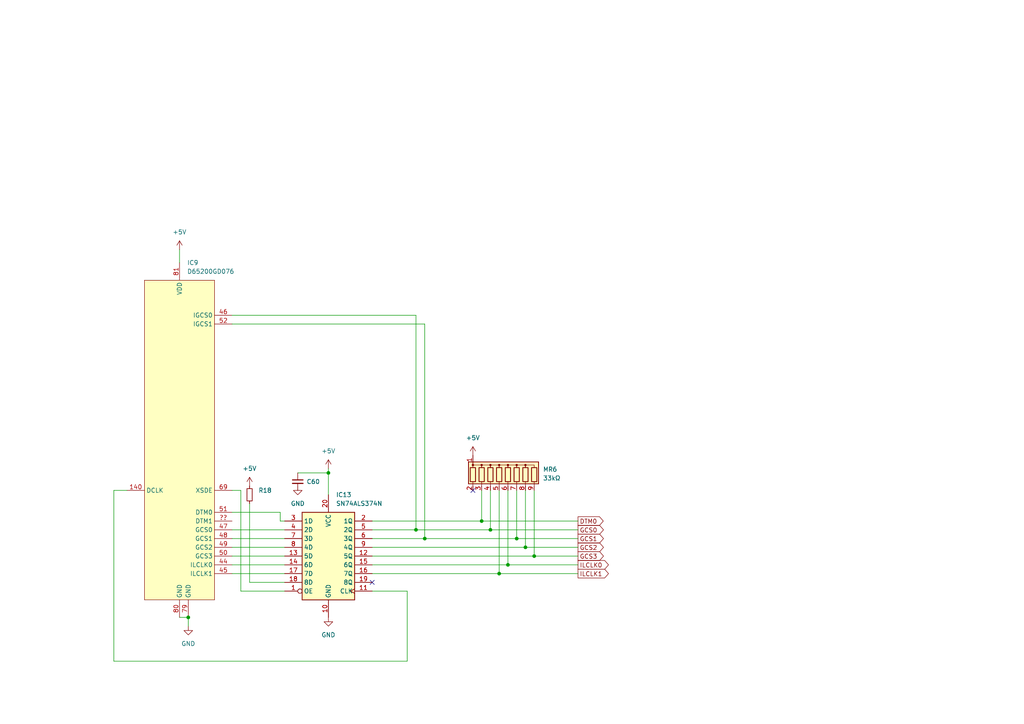
<source format=kicad_sch>
(kicad_sch (version 20230121) (generator eeschema)

  (uuid d66a2bcb-a6d4-4132-83b8-13210dda35e3)

  (paper "A4")

  (lib_symbols
    (symbol "88va_Library:74LS374" (in_bom yes) (on_board yes)
      (property "Reference" "IC" (at -7.62 16.51 0)
        (effects (font (size 1.27 1.27)))
      )
      (property "Value" "74LS374" (at -7.62 -11.43 0)
        (effects (font (size 1.27 1.27)))
      )
      (property "Footprint" "" (at 0 0 0)
        (effects (font (size 1.27 1.27)) hide)
      )
      (property "Datasheet" "http://www.ti.com/lit/gpn/sn74LS374" (at 0 0 0)
        (effects (font (size 1.27 1.27)) hide)
      )
      (property "ki_keywords" "TTL DFF DFF8 REG 3State" (at 0 0 0)
        (effects (font (size 1.27 1.27)) hide)
      )
      (property "ki_description" "8-bit Register, 3-state outputs" (at 0 0 0)
        (effects (font (size 1.27 1.27)) hide)
      )
      (property "ki_fp_filters" "DIP?20* SOIC?20* SO?20*" (at 0 0 0)
        (effects (font (size 1.27 1.27)) hide)
      )
      (symbol "74LS374_1_0"
        (pin input inverted (at -12.7 -7.62 0) (length 5.08)
          (name "OE" (effects (font (size 1.27 1.27))))
          (number "1" (effects (font (size 1.27 1.27))))
        )
        (pin power_in line (at 0 -15.24 90) (length 5.08)
          (name "GND" (effects (font (size 1.27 1.27))))
          (number "10" (effects (font (size 1.27 1.27))))
        )
        (pin input clock (at 12.7 -7.62 180) (length 5.08)
          (name "CLK" (effects (font (size 1.27 1.27))))
          (number "11" (effects (font (size 1.27 1.27))))
        )
        (pin tri_state line (at 12.7 2.54 180) (length 5.08)
          (name "5Q" (effects (font (size 1.27 1.27))))
          (number "12" (effects (font (size 1.27 1.27))))
        )
        (pin input line (at -12.7 2.54 0) (length 5.08)
          (name "5D" (effects (font (size 1.27 1.27))))
          (number "13" (effects (font (size 1.27 1.27))))
        )
        (pin input line (at -12.7 0 0) (length 5.08)
          (name "6D" (effects (font (size 1.27 1.27))))
          (number "14" (effects (font (size 1.27 1.27))))
        )
        (pin tri_state line (at 12.7 0 180) (length 5.08)
          (name "6Q" (effects (font (size 1.27 1.27))))
          (number "15" (effects (font (size 1.27 1.27))))
        )
        (pin tri_state line (at 12.7 -2.54 180) (length 5.08)
          (name "7Q" (effects (font (size 1.27 1.27))))
          (number "16" (effects (font (size 1.27 1.27))))
        )
        (pin input line (at -12.7 -2.54 0) (length 5.08)
          (name "7D" (effects (font (size 1.27 1.27))))
          (number "17" (effects (font (size 1.27 1.27))))
        )
        (pin input line (at -12.7 -5.08 0) (length 5.08)
          (name "8D" (effects (font (size 1.27 1.27))))
          (number "18" (effects (font (size 1.27 1.27))))
        )
        (pin tri_state line (at 12.7 -5.08 180) (length 5.08)
          (name "8Q" (effects (font (size 1.27 1.27))))
          (number "19" (effects (font (size 1.27 1.27))))
        )
        (pin tri_state line (at 12.7 12.7 180) (length 5.08)
          (name "1Q" (effects (font (size 1.27 1.27))))
          (number "2" (effects (font (size 1.27 1.27))))
        )
        (pin power_in line (at 0 20.32 270) (length 5.08)
          (name "VCC" (effects (font (size 1.27 1.27))))
          (number "20" (effects (font (size 1.27 1.27))))
        )
        (pin input line (at -12.7 12.7 0) (length 5.08)
          (name "1D" (effects (font (size 1.27 1.27))))
          (number "3" (effects (font (size 1.27 1.27))))
        )
        (pin input line (at -12.7 10.16 0) (length 5.08)
          (name "2D" (effects (font (size 1.27 1.27))))
          (number "4" (effects (font (size 1.27 1.27))))
        )
        (pin tri_state line (at 12.7 10.16 180) (length 5.08)
          (name "2Q" (effects (font (size 1.27 1.27))))
          (number "5" (effects (font (size 1.27 1.27))))
        )
        (pin tri_state line (at 12.7 7.62 180) (length 5.08)
          (name "3Q" (effects (font (size 1.27 1.27))))
          (number "6" (effects (font (size 1.27 1.27))))
        )
        (pin input line (at -12.7 7.62 0) (length 5.08)
          (name "3D" (effects (font (size 1.27 1.27))))
          (number "7" (effects (font (size 1.27 1.27))))
        )
        (pin input line (at -12.7 5.08 0) (length 5.08)
          (name "4D" (effects (font (size 1.27 1.27))))
          (number "8" (effects (font (size 1.27 1.27))))
        )
        (pin tri_state line (at 12.7 5.08 180) (length 5.08)
          (name "4Q" (effects (font (size 1.27 1.27))))
          (number "9" (effects (font (size 1.27 1.27))))
        )
      )
      (symbol "74LS374_1_1"
        (rectangle (start -7.62 15.24) (end 7.62 -10.16)
          (stroke (width 0.254) (type default))
          (fill (type background))
        )
      )
    )
    (symbol "88va_Library:GAL" (in_bom yes) (on_board yes)
      (property "Reference" "IC9" (at 2.1941 5.08 0)
        (effects (font (size 1.27 1.27)) (justify left))
      )
      (property "Value" "D65200GD076" (at 2.1941 2.54 0)
        (effects (font (size 1.27 1.27)) (justify left))
      )
      (property "Footprint" "" (at 0 2.54 0)
        (effects (font (size 1.27 1.27)) hide)
      )
      (property "Datasheet" "" (at 0 2.54 0)
        (effects (font (size 1.27 1.27)) hide)
      )
      (symbol "GAL_1_1"
        (rectangle (start -10.16 0) (end 10.16 -92.71)
          (stroke (width 0) (type default))
          (fill (type background))
        )
        (pin unspecified line (at -15.24 -60.96 0) (length 5.08)
          (name "DCLK" (effects (font (size 1.27 1.27))))
          (number "140" (effects (font (size 1.27 1.27))))
        )
        (pin output line (at 15.24 -82.55 180) (length 5.08)
          (name "ILCLK0" (effects (font (size 1.27 1.27))))
          (number "44" (effects (font (size 1.27 1.27))))
        )
        (pin output line (at 15.24 -85.09 180) (length 5.08)
          (name "ILCLK1" (effects (font (size 1.27 1.27))))
          (number "45" (effects (font (size 1.27 1.27))))
        )
        (pin input line (at 15.24 -10.16 180) (length 5.08)
          (name "IGCS0" (effects (font (size 1.27 1.27))))
          (number "46" (effects (font (size 1.27 1.27))))
        )
        (pin output line (at 15.24 -72.39 180) (length 5.08)
          (name "GCS0" (effects (font (size 1.27 1.27))))
          (number "47" (effects (font (size 1.27 1.27))))
        )
        (pin output line (at 15.24 -74.93 180) (length 5.08)
          (name "GCS1" (effects (font (size 1.27 1.27))))
          (number "48" (effects (font (size 1.27 1.27))))
        )
        (pin output line (at 15.24 -77.47 180) (length 5.08)
          (name "GCS2" (effects (font (size 1.27 1.27))))
          (number "49" (effects (font (size 1.27 1.27))))
        )
        (pin output line (at 15.24 -80.01 180) (length 5.08)
          (name "GCS3" (effects (font (size 1.27 1.27))))
          (number "50" (effects (font (size 1.27 1.27))))
        )
        (pin output line (at 15.24 -67.31 180) (length 5.08)
          (name "DTM0" (effects (font (size 1.27 1.27))))
          (number "51" (effects (font (size 1.27 1.27))))
        )
        (pin input line (at 15.24 -12.7 180) (length 5.08)
          (name "IGCS1" (effects (font (size 1.27 1.27))))
          (number "52" (effects (font (size 1.27 1.27))))
        )
        (pin output line (at 15.24 -60.96 180) (length 5.08)
          (name "XSDE" (effects (font (size 1.27 1.27))))
          (number "69" (effects (font (size 1.27 1.27))))
        )
        (pin power_in line (at 2.54 -97.79 90) (length 5.08)
          (name "GND" (effects (font (size 1.27 1.27))))
          (number "79" (effects (font (size 1.27 1.27))))
        )
        (pin power_in line (at 0 -97.79 90) (length 5.08)
          (name "GND" (effects (font (size 1.27 1.27))))
          (number "80" (effects (font (size 1.27 1.27))))
        )
        (pin power_in line (at 0 5.08 270) (length 5.08)
          (name "VDD" (effects (font (size 1.27 1.27))))
          (number "81" (effects (font (size 1.27 1.27))))
        )
        (pin unspecified line (at 15.24 -69.85 180) (length 5.08)
          (name "DTM1" (effects (font (size 1.27 1.27))))
          (number "??" (effects (font (size 1.27 1.27))))
        )
      )
    )
    (symbol "Device:C_Small" (pin_numbers hide) (pin_names (offset 0.254) hide) (in_bom yes) (on_board yes)
      (property "Reference" "C" (at 0.254 1.778 0)
        (effects (font (size 1.27 1.27)) (justify left))
      )
      (property "Value" "C_Small" (at 0.254 -2.032 0)
        (effects (font (size 1.27 1.27)) (justify left))
      )
      (property "Footprint" "" (at 0 0 0)
        (effects (font (size 1.27 1.27)) hide)
      )
      (property "Datasheet" "~" (at 0 0 0)
        (effects (font (size 1.27 1.27)) hide)
      )
      (property "ki_keywords" "capacitor cap" (at 0 0 0)
        (effects (font (size 1.27 1.27)) hide)
      )
      (property "ki_description" "Unpolarized capacitor, small symbol" (at 0 0 0)
        (effects (font (size 1.27 1.27)) hide)
      )
      (property "ki_fp_filters" "C_*" (at 0 0 0)
        (effects (font (size 1.27 1.27)) hide)
      )
      (symbol "C_Small_0_1"
        (polyline
          (pts
            (xy -1.524 -0.508)
            (xy 1.524 -0.508)
          )
          (stroke (width 0.3302) (type default))
          (fill (type none))
        )
        (polyline
          (pts
            (xy -1.524 0.508)
            (xy 1.524 0.508)
          )
          (stroke (width 0.3048) (type default))
          (fill (type none))
        )
      )
      (symbol "C_Small_1_1"
        (pin passive line (at 0 2.54 270) (length 2.032)
          (name "~" (effects (font (size 1.27 1.27))))
          (number "1" (effects (font (size 1.27 1.27))))
        )
        (pin passive line (at 0 -2.54 90) (length 2.032)
          (name "~" (effects (font (size 1.27 1.27))))
          (number "2" (effects (font (size 1.27 1.27))))
        )
      )
    )
    (symbol "Device:R_Network08" (pin_names (offset 0) hide) (in_bom yes) (on_board yes)
      (property "Reference" "RN" (at -12.7 0 90)
        (effects (font (size 1.27 1.27)))
      )
      (property "Value" "R_Network08" (at 10.16 0 90)
        (effects (font (size 1.27 1.27)))
      )
      (property "Footprint" "Resistor_THT:R_Array_SIP9" (at 12.065 0 90)
        (effects (font (size 1.27 1.27)) hide)
      )
      (property "Datasheet" "http://www.vishay.com/docs/31509/csc.pdf" (at 0 0 0)
        (effects (font (size 1.27 1.27)) hide)
      )
      (property "ki_keywords" "R network star-topology" (at 0 0 0)
        (effects (font (size 1.27 1.27)) hide)
      )
      (property "ki_description" "8 resistor network, star topology, bussed resistors, small symbol" (at 0 0 0)
        (effects (font (size 1.27 1.27)) hide)
      )
      (property "ki_fp_filters" "R?Array?SIP*" (at 0 0 0)
        (effects (font (size 1.27 1.27)) hide)
      )
      (symbol "R_Network08_0_1"
        (rectangle (start -11.43 -3.175) (end 8.89 3.175)
          (stroke (width 0.254) (type default))
          (fill (type background))
        )
        (rectangle (start -10.922 1.524) (end -9.398 -2.54)
          (stroke (width 0.254) (type default))
          (fill (type none))
        )
        (circle (center -10.16 2.286) (radius 0.254)
          (stroke (width 0) (type default))
          (fill (type outline))
        )
        (rectangle (start -8.382 1.524) (end -6.858 -2.54)
          (stroke (width 0.254) (type default))
          (fill (type none))
        )
        (circle (center -7.62 2.286) (radius 0.254)
          (stroke (width 0) (type default))
          (fill (type outline))
        )
        (rectangle (start -5.842 1.524) (end -4.318 -2.54)
          (stroke (width 0.254) (type default))
          (fill (type none))
        )
        (circle (center -5.08 2.286) (radius 0.254)
          (stroke (width 0) (type default))
          (fill (type outline))
        )
        (rectangle (start -3.302 1.524) (end -1.778 -2.54)
          (stroke (width 0.254) (type default))
          (fill (type none))
        )
        (circle (center -2.54 2.286) (radius 0.254)
          (stroke (width 0) (type default))
          (fill (type outline))
        )
        (rectangle (start -0.762 1.524) (end 0.762 -2.54)
          (stroke (width 0.254) (type default))
          (fill (type none))
        )
        (polyline
          (pts
            (xy -10.16 -2.54)
            (xy -10.16 -3.81)
          )
          (stroke (width 0) (type default))
          (fill (type none))
        )
        (polyline
          (pts
            (xy -7.62 -2.54)
            (xy -7.62 -3.81)
          )
          (stroke (width 0) (type default))
          (fill (type none))
        )
        (polyline
          (pts
            (xy -5.08 -2.54)
            (xy -5.08 -3.81)
          )
          (stroke (width 0) (type default))
          (fill (type none))
        )
        (polyline
          (pts
            (xy -2.54 -2.54)
            (xy -2.54 -3.81)
          )
          (stroke (width 0) (type default))
          (fill (type none))
        )
        (polyline
          (pts
            (xy 0 -2.54)
            (xy 0 -3.81)
          )
          (stroke (width 0) (type default))
          (fill (type none))
        )
        (polyline
          (pts
            (xy 2.54 -2.54)
            (xy 2.54 -3.81)
          )
          (stroke (width 0) (type default))
          (fill (type none))
        )
        (polyline
          (pts
            (xy 5.08 -2.54)
            (xy 5.08 -3.81)
          )
          (stroke (width 0) (type default))
          (fill (type none))
        )
        (polyline
          (pts
            (xy 7.62 -2.54)
            (xy 7.62 -3.81)
          )
          (stroke (width 0) (type default))
          (fill (type none))
        )
        (polyline
          (pts
            (xy -10.16 1.524)
            (xy -10.16 2.286)
            (xy -7.62 2.286)
            (xy -7.62 1.524)
          )
          (stroke (width 0) (type default))
          (fill (type none))
        )
        (polyline
          (pts
            (xy -7.62 1.524)
            (xy -7.62 2.286)
            (xy -5.08 2.286)
            (xy -5.08 1.524)
          )
          (stroke (width 0) (type default))
          (fill (type none))
        )
        (polyline
          (pts
            (xy -5.08 1.524)
            (xy -5.08 2.286)
            (xy -2.54 2.286)
            (xy -2.54 1.524)
          )
          (stroke (width 0) (type default))
          (fill (type none))
        )
        (polyline
          (pts
            (xy -2.54 1.524)
            (xy -2.54 2.286)
            (xy 0 2.286)
            (xy 0 1.524)
          )
          (stroke (width 0) (type default))
          (fill (type none))
        )
        (polyline
          (pts
            (xy 0 1.524)
            (xy 0 2.286)
            (xy 2.54 2.286)
            (xy 2.54 1.524)
          )
          (stroke (width 0) (type default))
          (fill (type none))
        )
        (polyline
          (pts
            (xy 2.54 1.524)
            (xy 2.54 2.286)
            (xy 5.08 2.286)
            (xy 5.08 1.524)
          )
          (stroke (width 0) (type default))
          (fill (type none))
        )
        (polyline
          (pts
            (xy 5.08 1.524)
            (xy 5.08 2.286)
            (xy 7.62 2.286)
            (xy 7.62 1.524)
          )
          (stroke (width 0) (type default))
          (fill (type none))
        )
        (circle (center 0 2.286) (radius 0.254)
          (stroke (width 0) (type default))
          (fill (type outline))
        )
        (rectangle (start 1.778 1.524) (end 3.302 -2.54)
          (stroke (width 0.254) (type default))
          (fill (type none))
        )
        (circle (center 2.54 2.286) (radius 0.254)
          (stroke (width 0) (type default))
          (fill (type outline))
        )
        (rectangle (start 4.318 1.524) (end 5.842 -2.54)
          (stroke (width 0.254) (type default))
          (fill (type none))
        )
        (circle (center 5.08 2.286) (radius 0.254)
          (stroke (width 0) (type default))
          (fill (type outline))
        )
        (rectangle (start 6.858 1.524) (end 8.382 -2.54)
          (stroke (width 0.254) (type default))
          (fill (type none))
        )
      )
      (symbol "R_Network08_1_1"
        (pin passive line (at -10.16 5.08 270) (length 2.54)
          (name "common" (effects (font (size 1.27 1.27))))
          (number "1" (effects (font (size 1.27 1.27))))
        )
        (pin passive line (at -10.16 -5.08 90) (length 1.27)
          (name "R1" (effects (font (size 1.27 1.27))))
          (number "2" (effects (font (size 1.27 1.27))))
        )
        (pin passive line (at -7.62 -5.08 90) (length 1.27)
          (name "R2" (effects (font (size 1.27 1.27))))
          (number "3" (effects (font (size 1.27 1.27))))
        )
        (pin passive line (at -5.08 -5.08 90) (length 1.27)
          (name "R3" (effects (font (size 1.27 1.27))))
          (number "4" (effects (font (size 1.27 1.27))))
        )
        (pin passive line (at -2.54 -5.08 90) (length 1.27)
          (name "R4" (effects (font (size 1.27 1.27))))
          (number "5" (effects (font (size 1.27 1.27))))
        )
        (pin passive line (at 0 -5.08 90) (length 1.27)
          (name "R5" (effects (font (size 1.27 1.27))))
          (number "6" (effects (font (size 1.27 1.27))))
        )
        (pin passive line (at 2.54 -5.08 90) (length 1.27)
          (name "R6" (effects (font (size 1.27 1.27))))
          (number "7" (effects (font (size 1.27 1.27))))
        )
        (pin passive line (at 5.08 -5.08 90) (length 1.27)
          (name "R7" (effects (font (size 1.27 1.27))))
          (number "8" (effects (font (size 1.27 1.27))))
        )
        (pin passive line (at 7.62 -5.08 90) (length 1.27)
          (name "R8" (effects (font (size 1.27 1.27))))
          (number "9" (effects (font (size 1.27 1.27))))
        )
      )
    )
    (symbol "Device:R_Small" (pin_numbers hide) (pin_names (offset 0.254) hide) (in_bom yes) (on_board yes)
      (property "Reference" "R" (at 0.762 0.508 0)
        (effects (font (size 1.27 1.27)) (justify left))
      )
      (property "Value" "R_Small" (at 0.762 -1.016 0)
        (effects (font (size 1.27 1.27)) (justify left))
      )
      (property "Footprint" "" (at 0 0 0)
        (effects (font (size 1.27 1.27)) hide)
      )
      (property "Datasheet" "~" (at 0 0 0)
        (effects (font (size 1.27 1.27)) hide)
      )
      (property "ki_keywords" "R resistor" (at 0 0 0)
        (effects (font (size 1.27 1.27)) hide)
      )
      (property "ki_description" "Resistor, small symbol" (at 0 0 0)
        (effects (font (size 1.27 1.27)) hide)
      )
      (property "ki_fp_filters" "R_*" (at 0 0 0)
        (effects (font (size 1.27 1.27)) hide)
      )
      (symbol "R_Small_0_1"
        (rectangle (start -0.762 1.778) (end 0.762 -1.778)
          (stroke (width 0.2032) (type default))
          (fill (type none))
        )
      )
      (symbol "R_Small_1_1"
        (pin passive line (at 0 2.54 270) (length 0.762)
          (name "~" (effects (font (size 1.27 1.27))))
          (number "1" (effects (font (size 1.27 1.27))))
        )
        (pin passive line (at 0 -2.54 90) (length 0.762)
          (name "~" (effects (font (size 1.27 1.27))))
          (number "2" (effects (font (size 1.27 1.27))))
        )
      )
    )
    (symbol "power:+5V" (power) (pin_names (offset 0)) (in_bom yes) (on_board yes)
      (property "Reference" "#PWR" (at 0 -3.81 0)
        (effects (font (size 1.27 1.27)) hide)
      )
      (property "Value" "+5V" (at 0 3.556 0)
        (effects (font (size 1.27 1.27)))
      )
      (property "Footprint" "" (at 0 0 0)
        (effects (font (size 1.27 1.27)) hide)
      )
      (property "Datasheet" "" (at 0 0 0)
        (effects (font (size 1.27 1.27)) hide)
      )
      (property "ki_keywords" "global power" (at 0 0 0)
        (effects (font (size 1.27 1.27)) hide)
      )
      (property "ki_description" "Power symbol creates a global label with name \"+5V\"" (at 0 0 0)
        (effects (font (size 1.27 1.27)) hide)
      )
      (symbol "+5V_0_1"
        (polyline
          (pts
            (xy -0.762 1.27)
            (xy 0 2.54)
          )
          (stroke (width 0) (type default))
          (fill (type none))
        )
        (polyline
          (pts
            (xy 0 0)
            (xy 0 2.54)
          )
          (stroke (width 0) (type default))
          (fill (type none))
        )
        (polyline
          (pts
            (xy 0 2.54)
            (xy 0.762 1.27)
          )
          (stroke (width 0) (type default))
          (fill (type none))
        )
      )
      (symbol "+5V_1_1"
        (pin power_in line (at 0 0 90) (length 0) hide
          (name "+5V" (effects (font (size 1.27 1.27))))
          (number "1" (effects (font (size 1.27 1.27))))
        )
      )
    )
    (symbol "power:GND" (power) (pin_names (offset 0)) (in_bom yes) (on_board yes)
      (property "Reference" "#PWR" (at 0 -6.35 0)
        (effects (font (size 1.27 1.27)) hide)
      )
      (property "Value" "GND" (at 0 -3.81 0)
        (effects (font (size 1.27 1.27)))
      )
      (property "Footprint" "" (at 0 0 0)
        (effects (font (size 1.27 1.27)) hide)
      )
      (property "Datasheet" "" (at 0 0 0)
        (effects (font (size 1.27 1.27)) hide)
      )
      (property "ki_keywords" "global power" (at 0 0 0)
        (effects (font (size 1.27 1.27)) hide)
      )
      (property "ki_description" "Power symbol creates a global label with name \"GND\" , ground" (at 0 0 0)
        (effects (font (size 1.27 1.27)) hide)
      )
      (symbol "GND_0_1"
        (polyline
          (pts
            (xy 0 0)
            (xy 0 -1.27)
            (xy 1.27 -1.27)
            (xy 0 -2.54)
            (xy -1.27 -1.27)
            (xy 0 -1.27)
          )
          (stroke (width 0) (type default))
          (fill (type none))
        )
      )
      (symbol "GND_1_1"
        (pin power_in line (at 0 0 270) (length 0) hide
          (name "GND" (effects (font (size 1.27 1.27))))
          (number "1" (effects (font (size 1.27 1.27))))
        )
      )
    )
  )

  (junction (at 123.19 156.21) (diameter 0) (color 0 0 0 0)
    (uuid 1f6a29cf-341b-4ce4-bcad-6179b7376c8c)
  )
  (junction (at 142.24 153.67) (diameter 0) (color 0 0 0 0)
    (uuid 4650be09-b6e5-45c6-9c57-37df9d03f493)
  )
  (junction (at 154.94 161.29) (diameter 0) (color 0 0 0 0)
    (uuid 489c2db8-c8c2-4cfc-8b3f-49acf018ebc9)
  )
  (junction (at 139.7 151.13) (diameter 0) (color 0 0 0 0)
    (uuid 79c0c29c-d752-479b-9dfb-1e0178ace68b)
  )
  (junction (at 120.65 153.67) (diameter 0) (color 0 0 0 0)
    (uuid 853bbd2c-15ef-44d2-946d-2623a50fdf44)
  )
  (junction (at 144.78 166.37) (diameter 0) (color 0 0 0 0)
    (uuid 8f56d1e4-bede-44b6-a809-71e187a97073)
  )
  (junction (at 95.25 137.16) (diameter 0) (color 0 0 0 0)
    (uuid 9bd165c5-d5dd-41a3-927f-cb2f665bd41f)
  )
  (junction (at 149.86 156.21) (diameter 0) (color 0 0 0 0)
    (uuid ac4357db-d174-4fcf-acaa-827d74f4d6f0)
  )
  (junction (at 147.32 163.83) (diameter 0) (color 0 0 0 0)
    (uuid b1b1d1a8-babe-466d-9aed-fd43793de20d)
  )
  (junction (at 152.4 158.75) (diameter 0) (color 0 0 0 0)
    (uuid da428633-0ff8-43bc-9c8e-d59c9e74d871)
  )
  (junction (at 54.61 179.07) (diameter 0) (color 0 0 0 0)
    (uuid fa2971e9-c3f2-4a4d-9df4-750c31c5c8e7)
  )

  (no_connect (at 107.95 168.91) (uuid af7941fb-e82f-499b-ac52-676717fad1ff))
  (no_connect (at 137.16 142.24) (uuid fc90ba4d-c56c-4814-8c82-fdb0be64db34))

  (wire (pts (xy 69.85 171.45) (xy 82.55 171.45))
    (stroke (width 0) (type default))
    (uuid 042ac076-5d66-49fe-8caf-ed9c0d70605b)
  )
  (wire (pts (xy 107.95 161.29) (xy 154.94 161.29))
    (stroke (width 0) (type default))
    (uuid 0e2cfaaa-21fa-4f11-85c7-7efd28d0ef6a)
  )
  (wire (pts (xy 67.31 93.98) (xy 123.19 93.98))
    (stroke (width 0) (type default))
    (uuid 14acbe4a-1287-4387-bd73-6fbf9f865330)
  )
  (wire (pts (xy 147.32 142.24) (xy 147.32 163.83))
    (stroke (width 0) (type default))
    (uuid 230417f6-4acb-4226-9dc4-c4c77a81d147)
  )
  (wire (pts (xy 86.36 137.16) (xy 95.25 137.16))
    (stroke (width 0) (type default))
    (uuid 28adeb2d-0de7-471d-a6f8-5b381c19f6b0)
  )
  (wire (pts (xy 107.95 171.45) (xy 118.11 171.45))
    (stroke (width 0) (type default))
    (uuid 29ba53bd-1f50-4c04-b9f6-11c945fb7d18)
  )
  (wire (pts (xy 120.65 153.67) (xy 120.65 91.44))
    (stroke (width 0) (type default))
    (uuid 388731ca-9145-4d6b-9860-5f687686c1f8)
  )
  (wire (pts (xy 52.07 179.07) (xy 54.61 179.07))
    (stroke (width 0) (type default))
    (uuid 3cab9142-d370-4100-bf04-b037c25a19fa)
  )
  (wire (pts (xy 118.11 191.77) (xy 33.02 191.77))
    (stroke (width 0) (type default))
    (uuid 3d77752e-8589-40e9-b4c4-12dcbf1979ad)
  )
  (wire (pts (xy 33.02 142.24) (xy 36.83 142.24))
    (stroke (width 0) (type default))
    (uuid 43d2a4c4-82a2-4f5c-b9f8-e5918e66045f)
  )
  (wire (pts (xy 81.28 148.59) (xy 67.31 148.59))
    (stroke (width 0) (type default))
    (uuid 450793fe-4994-440f-85a8-83aef68dbec7)
  )
  (wire (pts (xy 142.24 153.67) (xy 167.64 153.67))
    (stroke (width 0) (type default))
    (uuid 46650a91-4174-4728-b693-255b0654c8db)
  )
  (wire (pts (xy 154.94 142.24) (xy 154.94 161.29))
    (stroke (width 0) (type default))
    (uuid 4e4e8371-7d29-47c1-9240-fd568acacbbc)
  )
  (wire (pts (xy 152.4 158.75) (xy 167.64 158.75))
    (stroke (width 0) (type default))
    (uuid 577c7d45-8545-4ecf-8025-118f30ca0550)
  )
  (wire (pts (xy 67.31 156.21) (xy 82.55 156.21))
    (stroke (width 0) (type default))
    (uuid 5a55702d-4ec5-4535-a636-128262cb9eb9)
  )
  (wire (pts (xy 167.64 156.21) (xy 149.86 156.21))
    (stroke (width 0) (type default))
    (uuid 5e6cc8e8-b6f6-48d3-bf88-2d930aa21f4b)
  )
  (wire (pts (xy 142.24 142.24) (xy 142.24 153.67))
    (stroke (width 0) (type default))
    (uuid 5f825462-f78f-49b1-ba83-36813a9b3739)
  )
  (wire (pts (xy 67.31 142.24) (xy 69.85 142.24))
    (stroke (width 0) (type default))
    (uuid 6f57523a-7c06-46b2-9afd-222a359294ce)
  )
  (wire (pts (xy 81.28 151.13) (xy 81.28 148.59))
    (stroke (width 0) (type default))
    (uuid 7c13fb38-5c4c-42ec-9af2-cfcd18cfa088)
  )
  (wire (pts (xy 86.36 140.97) (xy 86.36 142.24))
    (stroke (width 0) (type default))
    (uuid 7e2bc269-80cb-4035-8ec9-5be661b84327)
  )
  (wire (pts (xy 139.7 151.13) (xy 167.64 151.13))
    (stroke (width 0) (type default))
    (uuid 7e888099-3994-46b0-84b2-83e9b5e23382)
  )
  (wire (pts (xy 52.07 72.39) (xy 52.07 76.2))
    (stroke (width 0) (type default))
    (uuid 82ab2f61-f4f0-4bd9-a6d9-720d2f38141e)
  )
  (wire (pts (xy 107.95 153.67) (xy 120.65 153.67))
    (stroke (width 0) (type default))
    (uuid 8be52a1d-c87c-43c1-8edc-d8458d1de2f8)
  )
  (wire (pts (xy 123.19 156.21) (xy 123.19 93.98))
    (stroke (width 0) (type default))
    (uuid 95d5326d-3d9b-4446-85a7-376663d51364)
  )
  (wire (pts (xy 139.7 142.24) (xy 139.7 151.13))
    (stroke (width 0) (type default))
    (uuid 9ae0b223-acfd-4f1d-809d-5edc12c10086)
  )
  (wire (pts (xy 149.86 142.24) (xy 149.86 156.21))
    (stroke (width 0) (type default))
    (uuid 9e4e6656-b18e-4072-b888-da1bbe1e26e3)
  )
  (wire (pts (xy 33.02 191.77) (xy 33.02 142.24))
    (stroke (width 0) (type default))
    (uuid a42503cc-6d32-40d6-9b9c-91bc4b887696)
  )
  (wire (pts (xy 82.55 168.91) (xy 72.39 168.91))
    (stroke (width 0) (type default))
    (uuid a46dda09-966e-4029-a280-95cd66e6d090)
  )
  (wire (pts (xy 67.31 158.75) (xy 82.55 158.75))
    (stroke (width 0) (type default))
    (uuid a94acb0d-eb4b-49d4-9374-f7421c8fef79)
  )
  (wire (pts (xy 67.31 153.67) (xy 82.55 153.67))
    (stroke (width 0) (type default))
    (uuid add24669-60ab-4424-8c53-837537d8b8fa)
  )
  (wire (pts (xy 67.31 166.37) (xy 82.55 166.37))
    (stroke (width 0) (type default))
    (uuid b2a2408e-0709-47ee-a00b-4350c7d66902)
  )
  (wire (pts (xy 107.95 156.21) (xy 123.19 156.21))
    (stroke (width 0) (type default))
    (uuid b40a707b-1b5c-4b56-82dd-6783a067b2d1)
  )
  (wire (pts (xy 72.39 146.05) (xy 72.39 168.91))
    (stroke (width 0) (type default))
    (uuid bd9c5b91-c773-44b4-9279-5973d320bdd5)
  )
  (wire (pts (xy 95.25 137.16) (xy 95.25 143.51))
    (stroke (width 0) (type default))
    (uuid c298ef68-639a-4570-b9d4-8051675da7f2)
  )
  (wire (pts (xy 144.78 166.37) (xy 167.64 166.37))
    (stroke (width 0) (type default))
    (uuid c351e3ba-b4d8-468e-a557-9a07fe1dd590)
  )
  (wire (pts (xy 69.85 142.24) (xy 69.85 171.45))
    (stroke (width 0) (type default))
    (uuid c407c92c-cf46-4087-b4cc-1c51f136695d)
  )
  (wire (pts (xy 107.95 163.83) (xy 147.32 163.83))
    (stroke (width 0) (type default))
    (uuid c9813656-a342-462d-9732-fbb2d1341a53)
  )
  (wire (pts (xy 67.31 163.83) (xy 82.55 163.83))
    (stroke (width 0) (type default))
    (uuid d0ada206-5e11-4850-a06b-4d3cac699b3c)
  )
  (wire (pts (xy 81.28 151.13) (xy 82.55 151.13))
    (stroke (width 0) (type default))
    (uuid d26c1a4a-974f-4573-835d-9a890a9b599d)
  )
  (wire (pts (xy 54.61 179.07) (xy 54.61 181.61))
    (stroke (width 0) (type default))
    (uuid d3a60a65-6ff1-4ff0-94de-cb177157c9b6)
  )
  (wire (pts (xy 107.95 151.13) (xy 139.7 151.13))
    (stroke (width 0) (type default))
    (uuid d3a9a266-28b7-451d-9149-27810c589d83)
  )
  (wire (pts (xy 118.11 171.45) (xy 118.11 191.77))
    (stroke (width 0) (type default))
    (uuid d8b5db66-1323-4d86-8df5-2f7c42e76597)
  )
  (wire (pts (xy 154.94 161.29) (xy 167.64 161.29))
    (stroke (width 0) (type default))
    (uuid dc04ce00-8820-4b6b-bf9b-b32aca649db0)
  )
  (wire (pts (xy 107.95 166.37) (xy 144.78 166.37))
    (stroke (width 0) (type default))
    (uuid e7d9abc5-2771-4079-b68c-4e9024ef3926)
  )
  (wire (pts (xy 144.78 142.24) (xy 144.78 166.37))
    (stroke (width 0) (type default))
    (uuid e83f14a4-225b-4d6f-8934-3b0f5902b0a6)
  )
  (wire (pts (xy 67.31 161.29) (xy 82.55 161.29))
    (stroke (width 0) (type default))
    (uuid e958a8a3-f281-43eb-a669-42baf10b2978)
  )
  (wire (pts (xy 107.95 158.75) (xy 152.4 158.75))
    (stroke (width 0) (type default))
    (uuid eb85d99b-19b7-4ba1-be8a-b5f7d1d914ca)
  )
  (wire (pts (xy 120.65 153.67) (xy 142.24 153.67))
    (stroke (width 0) (type default))
    (uuid f832a156-1ae9-4d2f-888d-0c14b3bd9bc6)
  )
  (wire (pts (xy 120.65 91.44) (xy 67.31 91.44))
    (stroke (width 0) (type default))
    (uuid f845facb-73b7-4f39-8407-d3c2dfac2c76)
  )
  (wire (pts (xy 152.4 142.24) (xy 152.4 158.75))
    (stroke (width 0) (type default))
    (uuid f8e481b0-9aed-466b-8bf9-a4f568b09dc1)
  )
  (wire (pts (xy 95.25 135.89) (xy 95.25 137.16))
    (stroke (width 0) (type default))
    (uuid fc3e7825-8a17-416c-b65e-01fbc66eaa87)
  )
  (wire (pts (xy 147.32 163.83) (xy 167.64 163.83))
    (stroke (width 0) (type default))
    (uuid fdacd5fe-f0cc-48d6-a7ab-c3f6ce613ac4)
  )
  (wire (pts (xy 123.19 156.21) (xy 149.86 156.21))
    (stroke (width 0) (type default))
    (uuid fe3a41f0-aade-44c5-a20a-fa19f88d3b85)
  )

  (global_label "GCS3" (shape output) (at 167.64 161.29 0) (fields_autoplaced)
    (effects (font (size 1.27 1.27)) (justify left))
    (uuid 1d220bd1-52c5-4e5f-8629-49afa314dcc3)
    (property "Intersheetrefs" "${INTERSHEET_REFS}" (at 175.5842 161.29 0)
      (effects (font (size 1.27 1.27)) (justify left) hide)
    )
  )
  (global_label "GCS2" (shape output) (at 167.64 158.75 0) (fields_autoplaced)
    (effects (font (size 1.27 1.27)) (justify left))
    (uuid 2a9b6810-3025-44bb-87c3-30ff01e87534)
    (property "Intersheetrefs" "${INTERSHEET_REFS}" (at 175.5842 158.75 0)
      (effects (font (size 1.27 1.27)) (justify left) hide)
    )
  )
  (global_label "DTM0" (shape output) (at 167.64 151.13 0) (fields_autoplaced)
    (effects (font (size 1.27 1.27)) (justify left))
    (uuid 48507b5a-5e2b-4776-88c8-21fed551216d)
    (property "Intersheetrefs" "${INTERSHEET_REFS}" (at 175.5237 151.13 0)
      (effects (font (size 1.27 1.27)) (justify left) hide)
    )
  )
  (global_label "GCS0" (shape output) (at 167.64 153.67 0) (fields_autoplaced)
    (effects (font (size 1.27 1.27)) (justify left))
    (uuid 68f59d15-3b0e-4cb4-bb14-bb30a07020f8)
    (property "Intersheetrefs" "${INTERSHEET_REFS}" (at 175.5842 153.67 0)
      (effects (font (size 1.27 1.27)) (justify left) hide)
    )
  )
  (global_label "ILCLK0" (shape output) (at 167.64 163.83 0) (fields_autoplaced)
    (effects (font (size 1.27 1.27)) (justify left))
    (uuid 7be002da-68b3-4ccb-a321-e8918f1cd3ac)
    (property "Intersheetrefs" "${INTERSHEET_REFS}" (at 177.0357 163.83 0)
      (effects (font (size 1.27 1.27)) (justify left) hide)
    )
  )
  (global_label "GCS1" (shape output) (at 167.64 156.21 0) (fields_autoplaced)
    (effects (font (size 1.27 1.27)) (justify left))
    (uuid 84979cfa-5971-4e73-a536-475fd0fce8a2)
    (property "Intersheetrefs" "${INTERSHEET_REFS}" (at 175.5842 156.21 0)
      (effects (font (size 1.27 1.27)) (justify left) hide)
    )
  )
  (global_label "ILCLK1" (shape output) (at 167.64 166.37 0) (fields_autoplaced)
    (effects (font (size 1.27 1.27)) (justify left))
    (uuid d8429a34-15ba-4b4b-8af7-ee866a48ffa7)
    (property "Intersheetrefs" "${INTERSHEET_REFS}" (at 177.0357 166.37 0)
      (effects (font (size 1.27 1.27)) (justify left) hide)
    )
  )

  (symbol (lib_id "88va_Library:GAL") (at 52.07 81.28 0) (unit 1)
    (in_bom yes) (on_board yes) (dnp no) (fields_autoplaced)
    (uuid 0b3db5a5-cf84-4d31-b730-b3db9ece82e2)
    (property "Reference" "IC9" (at 54.2641 76.2 0)
      (effects (font (size 1.27 1.27)) (justify left))
    )
    (property "Value" "D65200GD076" (at 54.2641 78.74 0)
      (effects (font (size 1.27 1.27)) (justify left))
    )
    (property "Footprint" "88va_Library:QFP-160_28x28_Pitch0.635mm" (at 52.07 78.74 0)
      (effects (font (size 1.27 1.27)) hide)
    )
    (property "Datasheet" "" (at 52.07 78.74 0)
      (effects (font (size 1.27 1.27)) hide)
    )
    (pin "52" (uuid 5e7d8c29-cef7-4cf2-8f51-9d2de259bd15))
    (pin "49" (uuid 238057b9-91fc-4b26-9548-8dd58ae85868))
    (pin "46" (uuid c9aaef5f-dfb8-4db2-8418-66f3830d6c36))
    (pin "47" (uuid c7d210a7-d537-45d4-9527-18194a68f094))
    (pin "45" (uuid da5902a2-840f-4637-808a-443cb6640de4))
    (pin "44" (uuid 7763a9ff-0fe7-46c7-97eb-e1ef2380ecd5))
    (pin "50" (uuid ed393382-ccc7-402c-b613-f56d5fb40ca8))
    (pin "80" (uuid e6fa8aad-1f13-4e50-9507-3af5add78d5b))
    (pin "48" (uuid 5ed03725-f4f5-4126-b17d-ca2efdd99fc6))
    (pin "51" (uuid 8fd8b27e-c245-41ee-a31b-47b428f546d9))
    (pin "79" (uuid d73645ef-580c-4a49-b29e-db90dcc1fa08))
    (pin "81" (uuid f5b1b921-8a75-4fbb-8b7e-29f5932226a6))
    (pin "69" (uuid 117b3d5c-9240-4c4f-b6cb-2da891e83067))
    (pin "140" (uuid 95ea088a-ad80-4caa-978a-7c99b3c3740f))
    (pin "??" (uuid 4772bb48-c807-4878-918d-29b1ca38979a))
    (instances
      (project "88va2-circuit"
        (path "/8cd193ae-a369-4130-9ba4-f2075fa60e2b/69b5e096-b79d-4084-a9d7-aa17e9aa2515"
          (reference "IC9") (unit 1)
        )
      )
    )
  )

  (symbol (lib_id "Device:R_Network08") (at 147.32 137.16 0) (unit 1)
    (in_bom yes) (on_board yes) (dnp no) (fields_autoplaced)
    (uuid 277f318a-5b4a-4cfe-b933-34f9d30d0cd9)
    (property "Reference" "MR6" (at 157.48 136.144 0)
      (effects (font (size 1.27 1.27)) (justify left))
    )
    (property "Value" "33kΩ" (at 157.48 138.684 0)
      (effects (font (size 1.27 1.27)) (justify left))
    )
    (property "Footprint" "Resistor_THT:R_Array_SIP9" (at 159.385 137.16 90)
      (effects (font (size 1.27 1.27)) hide)
    )
    (property "Datasheet" "" (at 147.32 137.16 0)
      (effects (font (size 1.27 1.27)) hide)
    )
    (pin "2" (uuid ccf8a254-4c8e-4e4c-aa9e-0f430e47fd92))
    (pin "6" (uuid d88b402b-03f6-4119-b274-46e84ac1d2b4))
    (pin "3" (uuid fd5ec121-e08f-4bdf-86bb-66a08f461a40))
    (pin "9" (uuid 47202f94-108f-4446-9bc0-bbfd229c42e4))
    (pin "7" (uuid 2804fd77-ed85-4b15-9f12-6187e91961ce))
    (pin "4" (uuid c6f00d1a-d766-4913-977d-fa2411cd57ee))
    (pin "5" (uuid e957a889-9b8b-4392-93c6-26cd9b0ad317))
    (pin "1" (uuid 8b0ea772-9987-4810-8f88-9229a5104515))
    (pin "8" (uuid d20d7abb-fcdc-441c-8210-b5442fb7ea10))
    (instances
      (project "88va2-circuit"
        (path "/8cd193ae-a369-4130-9ba4-f2075fa60e2b/69b5e096-b79d-4084-a9d7-aa17e9aa2515"
          (reference "MR6") (unit 1)
        )
      )
    )
  )

  (symbol (lib_id "power:GND") (at 86.36 140.97 0) (unit 1)
    (in_bom yes) (on_board yes) (dnp no) (fields_autoplaced)
    (uuid 29c48c1f-a856-43ac-b61e-5f0bc11db968)
    (property "Reference" "#PWR034" (at 86.36 147.32 0)
      (effects (font (size 1.27 1.27)) hide)
    )
    (property "Value" "GND" (at 86.36 146.05 0)
      (effects (font (size 1.27 1.27)))
    )
    (property "Footprint" "" (at 86.36 140.97 0)
      (effects (font (size 1.27 1.27)) hide)
    )
    (property "Datasheet" "" (at 86.36 140.97 0)
      (effects (font (size 1.27 1.27)) hide)
    )
    (pin "1" (uuid dbec508d-ad68-42a6-a4a6-3ee69dde6ed8))
    (instances
      (project "88va2-circuit"
        (path "/8cd193ae-a369-4130-9ba4-f2075fa60e2b/69b5e096-b79d-4084-a9d7-aa17e9aa2515"
          (reference "#PWR034") (unit 1)
        )
      )
    )
  )

  (symbol (lib_id "power:+5V") (at 52.07 72.39 0) (unit 1)
    (in_bom yes) (on_board yes) (dnp no) (fields_autoplaced)
    (uuid 43672f5e-3c2e-444b-a6cd-d391fb4dfb15)
    (property "Reference" "#PWR026" (at 52.07 76.2 0)
      (effects (font (size 1.27 1.27)) hide)
    )
    (property "Value" "+5V" (at 52.07 67.31 0)
      (effects (font (size 1.27 1.27)))
    )
    (property "Footprint" "" (at 52.07 72.39 0)
      (effects (font (size 1.27 1.27)) hide)
    )
    (property "Datasheet" "" (at 52.07 72.39 0)
      (effects (font (size 1.27 1.27)) hide)
    )
    (pin "1" (uuid 9b116398-92da-400c-900b-497bb867dd9c))
    (instances
      (project "88va2-circuit"
        (path "/8cd193ae-a369-4130-9ba4-f2075fa60e2b/69b5e096-b79d-4084-a9d7-aa17e9aa2515"
          (reference "#PWR026") (unit 1)
        )
      )
    )
  )

  (symbol (lib_id "power:GND") (at 54.61 181.61 0) (unit 1)
    (in_bom yes) (on_board yes) (dnp no) (fields_autoplaced)
    (uuid 57931a5a-3083-4129-8f45-8e90fa4fcedd)
    (property "Reference" "#PWR025" (at 54.61 187.96 0)
      (effects (font (size 1.27 1.27)) hide)
    )
    (property "Value" "GND" (at 54.61 186.69 0)
      (effects (font (size 1.27 1.27)))
    )
    (property "Footprint" "" (at 54.61 181.61 0)
      (effects (font (size 1.27 1.27)) hide)
    )
    (property "Datasheet" "" (at 54.61 181.61 0)
      (effects (font (size 1.27 1.27)) hide)
    )
    (pin "1" (uuid 27a54f4e-cef0-4132-9507-a1ef40f15a93))
    (instances
      (project "88va2-circuit"
        (path "/8cd193ae-a369-4130-9ba4-f2075fa60e2b/69b5e096-b79d-4084-a9d7-aa17e9aa2515"
          (reference "#PWR025") (unit 1)
        )
      )
    )
  )

  (symbol (lib_id "88va_Library:74LS374") (at 95.25 163.83 0) (unit 1)
    (in_bom yes) (on_board yes) (dnp no) (fields_autoplaced)
    (uuid 72156860-42f7-4029-8406-0d4783b0d408)
    (property "Reference" "IC13" (at 97.4441 143.51 0)
      (effects (font (size 1.27 1.27)) (justify left))
    )
    (property "Value" "SN74ALS374N" (at 97.4441 146.05 0)
      (effects (font (size 1.27 1.27)) (justify left))
    )
    (property "Footprint" "Package_DIP:DIP-20_W7.62mm" (at 95.25 163.83 0)
      (effects (font (size 1.27 1.27)) hide)
    )
    (property "Datasheet" "http://www.ti.com/lit/gpn/sn74LS374" (at 95.25 163.83 0)
      (effects (font (size 1.27 1.27)) hide)
    )
    (pin "13" (uuid 7f06a1e3-cc67-4e3f-8c67-26d2a9ee7fe6))
    (pin "15" (uuid 9c031c38-4774-48e5-8268-38e5b12df26b))
    (pin "16" (uuid 1c1398a6-f44f-4fd3-be91-2cf070d6b6a9))
    (pin "4" (uuid b76e6901-2d61-445e-ab56-89309b8af006))
    (pin "20" (uuid 4f0e15c6-5ae6-4650-bcdd-4a91e1c53374))
    (pin "6" (uuid 3463c842-786a-4232-9c62-991c32d2aab1))
    (pin "12" (uuid 268dd11e-3956-4020-9d68-acbe7aef24ab))
    (pin "3" (uuid b3cef835-8936-4b89-a538-e7e6c7ca24b5))
    (pin "9" (uuid 0b83ce29-5186-422b-8ae7-39c292f30ac7))
    (pin "5" (uuid 7e786207-5100-4253-86a4-a0061b05bcbc))
    (pin "17" (uuid 3b568fbe-50a2-46d5-8ab6-defcb2283a1a))
    (pin "19" (uuid 096b40c6-5f7c-462d-837d-137e3075a82b))
    (pin "1" (uuid 30e1f791-f79d-4be5-b646-6bd1546cf656))
    (pin "11" (uuid 6905f47b-c6d7-44be-a25e-0972cafa5f23))
    (pin "8" (uuid 525746eb-d1e3-423f-a57e-6213a57c958a))
    (pin "7" (uuid 72faa86b-5e8b-4f42-9d6c-23a4d504b2e7))
    (pin "14" (uuid 298c560a-cb36-46b8-9f38-93a4c346a33f))
    (pin "10" (uuid 4783c11a-c377-40f5-866a-36ceca19bc5e))
    (pin "18" (uuid 3672d650-7a13-4801-85d7-ef3d9e50667b))
    (pin "2" (uuid c8d8a8b1-ffc5-4044-89fc-54287cabca48))
    (instances
      (project "88va2-circuit"
        (path "/8cd193ae-a369-4130-9ba4-f2075fa60e2b/69b5e096-b79d-4084-a9d7-aa17e9aa2515"
          (reference "IC13") (unit 1)
        )
      )
    )
  )

  (symbol (lib_id "Device:R_Small") (at 72.39 143.51 0) (unit 1)
    (in_bom yes) (on_board yes) (dnp no) (fields_autoplaced)
    (uuid 876b47fd-7b60-46a8-b5e6-0f6c463671e2)
    (property "Reference" "R18" (at 74.93 142.24 0)
      (effects (font (size 1.27 1.27)) (justify left))
    )
    (property "Value" "??" (at 74.93 144.78 0)
      (effects (font (size 1.27 1.27)) (justify left) hide)
    )
    (property "Footprint" "Resistor_SMD:R_1206_3216Metric" (at 72.39 143.51 0)
      (effects (font (size 1.27 1.27)) hide)
    )
    (property "Datasheet" "~" (at 72.39 143.51 0)
      (effects (font (size 1.27 1.27)) hide)
    )
    (pin "2" (uuid fc518f61-bf7a-4be5-9b87-93350128ff2f))
    (pin "1" (uuid 0bc87d87-4963-4785-8d8d-23ea4f2e2529))
    (instances
      (project "88va2-circuit"
        (path "/8cd193ae-a369-4130-9ba4-f2075fa60e2b/69b5e096-b79d-4084-a9d7-aa17e9aa2515"
          (reference "R18") (unit 1)
        )
      )
    )
  )

  (symbol (lib_id "Device:C_Small") (at 86.36 139.7 0) (unit 1)
    (in_bom yes) (on_board yes) (dnp no) (fields_autoplaced)
    (uuid 8f7b90be-774b-4def-8662-49e7482b7e62)
    (property "Reference" "C60" (at 88.9 139.7063 0)
      (effects (font (size 1.27 1.27)) (justify left))
    )
    (property "Value" "C_Small" (at 88.9 140.9763 0)
      (effects (font (size 1.27 1.27)) (justify left) hide)
    )
    (property "Footprint" "Capacitor_SMD:C_1206_3216Metric" (at 86.36 139.7 0)
      (effects (font (size 1.27 1.27)) hide)
    )
    (property "Datasheet" "~" (at 86.36 139.7 0)
      (effects (font (size 1.27 1.27)) hide)
    )
    (pin "2" (uuid d1e71e16-a9ac-481c-bf18-6cdf4279809d))
    (pin "1" (uuid 291bc3ea-a6bb-4432-bf13-3f2472a19d25))
    (instances
      (project "88va2-circuit"
        (path "/8cd193ae-a369-4130-9ba4-f2075fa60e2b/69b5e096-b79d-4084-a9d7-aa17e9aa2515"
          (reference "C60") (unit 1)
        )
      )
    )
  )

  (symbol (lib_id "power:+5V") (at 137.16 132.08 0) (unit 1)
    (in_bom yes) (on_board yes) (dnp no) (fields_autoplaced)
    (uuid a2b16fbd-5dd3-4a89-b698-116f178e1004)
    (property "Reference" "#PWR033" (at 137.16 135.89 0)
      (effects (font (size 1.27 1.27)) hide)
    )
    (property "Value" "+5V" (at 137.16 127 0)
      (effects (font (size 1.27 1.27)))
    )
    (property "Footprint" "" (at 137.16 132.08 0)
      (effects (font (size 1.27 1.27)) hide)
    )
    (property "Datasheet" "" (at 137.16 132.08 0)
      (effects (font (size 1.27 1.27)) hide)
    )
    (pin "1" (uuid 7a265da7-dea6-4635-8426-c3ba965fd89f))
    (instances
      (project "88va2-circuit"
        (path "/8cd193ae-a369-4130-9ba4-f2075fa60e2b/69b5e096-b79d-4084-a9d7-aa17e9aa2515"
          (reference "#PWR033") (unit 1)
        )
      )
    )
  )

  (symbol (lib_id "power:GND") (at 95.25 179.07 0) (unit 1)
    (in_bom yes) (on_board yes) (dnp no) (fields_autoplaced)
    (uuid c8e000a6-7e0f-4d79-a457-8dd2b188d852)
    (property "Reference" "#PWR031" (at 95.25 185.42 0)
      (effects (font (size 1.27 1.27)) hide)
    )
    (property "Value" "GND" (at 95.25 184.15 0)
      (effects (font (size 1.27 1.27)))
    )
    (property "Footprint" "" (at 95.25 179.07 0)
      (effects (font (size 1.27 1.27)) hide)
    )
    (property "Datasheet" "" (at 95.25 179.07 0)
      (effects (font (size 1.27 1.27)) hide)
    )
    (pin "1" (uuid c653c44e-8579-4450-80cc-f071a4337e51))
    (instances
      (project "88va2-circuit"
        (path "/8cd193ae-a369-4130-9ba4-f2075fa60e2b/69b5e096-b79d-4084-a9d7-aa17e9aa2515"
          (reference "#PWR031") (unit 1)
        )
      )
    )
  )

  (symbol (lib_id "power:+5V") (at 95.25 135.89 0) (unit 1)
    (in_bom yes) (on_board yes) (dnp no) (fields_autoplaced)
    (uuid e284ff0c-f2ba-4147-b217-36255f567832)
    (property "Reference" "#PWR032" (at 95.25 139.7 0)
      (effects (font (size 1.27 1.27)) hide)
    )
    (property "Value" "+5V" (at 95.25 130.81 0)
      (effects (font (size 1.27 1.27)))
    )
    (property "Footprint" "" (at 95.25 135.89 0)
      (effects (font (size 1.27 1.27)) hide)
    )
    (property "Datasheet" "" (at 95.25 135.89 0)
      (effects (font (size 1.27 1.27)) hide)
    )
    (pin "1" (uuid 2af3632b-c283-446b-a459-5f4daf7812b0))
    (instances
      (project "88va2-circuit"
        (path "/8cd193ae-a369-4130-9ba4-f2075fa60e2b/69b5e096-b79d-4084-a9d7-aa17e9aa2515"
          (reference "#PWR032") (unit 1)
        )
      )
    )
  )

  (symbol (lib_id "power:+5V") (at 72.39 140.97 0) (unit 1)
    (in_bom yes) (on_board yes) (dnp no) (fields_autoplaced)
    (uuid ea781fd3-7075-4b42-a066-e446b542a718)
    (property "Reference" "#PWR027" (at 72.39 144.78 0)
      (effects (font (size 1.27 1.27)) hide)
    )
    (property "Value" "+5V" (at 72.39 135.89 0)
      (effects (font (size 1.27 1.27)))
    )
    (property "Footprint" "" (at 72.39 140.97 0)
      (effects (font (size 1.27 1.27)) hide)
    )
    (property "Datasheet" "" (at 72.39 140.97 0)
      (effects (font (size 1.27 1.27)) hide)
    )
    (pin "1" (uuid b080e9dc-f8d5-4a37-9f98-993a37e1c413))
    (instances
      (project "88va2-circuit"
        (path "/8cd193ae-a369-4130-9ba4-f2075fa60e2b/69b5e096-b79d-4084-a9d7-aa17e9aa2515"
          (reference "#PWR027") (unit 1)
        )
      )
    )
  )
)

</source>
